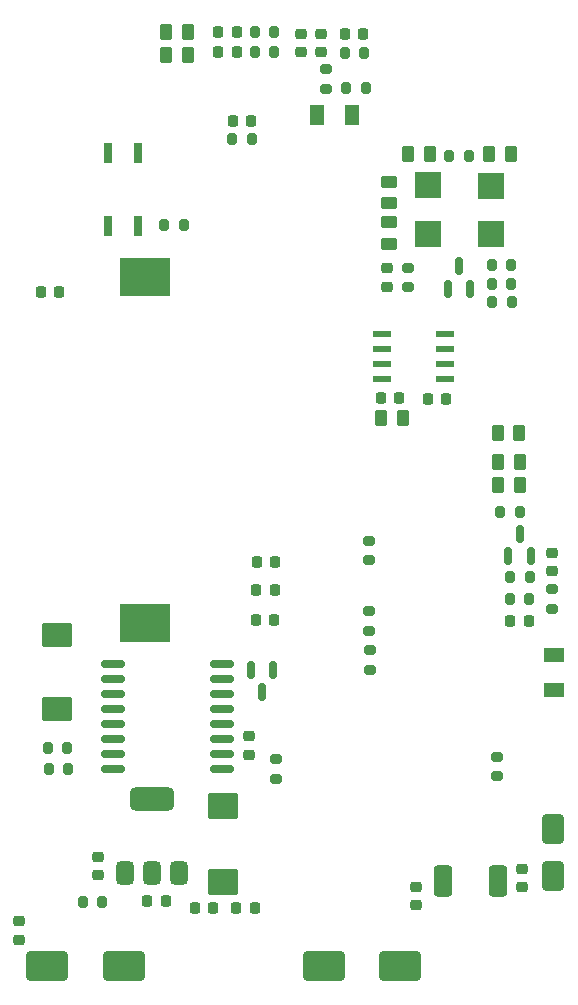
<source format=gbr>
%TF.GenerationSoftware,KiCad,Pcbnew,9.0.6*%
%TF.CreationDate,2025-12-26T20:19:53+00:00*%
%TF.ProjectId,PIDI-BOX-01-MAIN-1-PZ2_ESP-A1,50494449-2d42-44f5-982d-30312d4d4149,01*%
%TF.SameCoordinates,Original*%
%TF.FileFunction,Paste,Top*%
%TF.FilePolarity,Positive*%
%FSLAX46Y46*%
G04 Gerber Fmt 4.6, Leading zero omitted, Abs format (unit mm)*
G04 Created by KiCad (PCBNEW 9.0.6) date 2025-12-26 20:19:53*
%MOMM*%
%LPD*%
G01*
G04 APERTURE LIST*
G04 Aperture macros list*
%AMRoundRect*
0 Rectangle with rounded corners*
0 $1 Rounding radius*
0 $2 $3 $4 $5 $6 $7 $8 $9 X,Y pos of 4 corners*
0 Add a 4 corners polygon primitive as box body*
4,1,4,$2,$3,$4,$5,$6,$7,$8,$9,$2,$3,0*
0 Add four circle primitives for the rounded corners*
1,1,$1+$1,$2,$3*
1,1,$1+$1,$4,$5*
1,1,$1+$1,$6,$7*
1,1,$1+$1,$8,$9*
0 Add four rect primitives between the rounded corners*
20,1,$1+$1,$2,$3,$4,$5,0*
20,1,$1+$1,$4,$5,$6,$7,0*
20,1,$1+$1,$6,$7,$8,$9,0*
20,1,$1+$1,$8,$9,$2,$3,0*%
G04 Aperture macros list end*
%ADD10RoundRect,0.225000X-0.250000X0.225000X-0.250000X-0.225000X0.250000X-0.225000X0.250000X0.225000X0*%
%ADD11R,4.200000X3.200000*%
%ADD12RoundRect,0.200000X0.275000X-0.200000X0.275000X0.200000X-0.275000X0.200000X-0.275000X-0.200000X0*%
%ADD13RoundRect,0.200000X-0.200000X-0.275000X0.200000X-0.275000X0.200000X0.275000X-0.200000X0.275000X0*%
%ADD14RoundRect,0.225000X0.250000X-0.225000X0.250000X0.225000X-0.250000X0.225000X-0.250000X-0.225000X0*%
%ADD15R,1.820000X1.160000*%
%ADD16RoundRect,0.225000X-0.225000X-0.250000X0.225000X-0.250000X0.225000X0.250000X-0.225000X0.250000X0*%
%ADD17RoundRect,0.200000X0.200000X0.275000X-0.200000X0.275000X-0.200000X-0.275000X0.200000X-0.275000X0*%
%ADD18RoundRect,0.225000X0.225000X0.250000X-0.225000X0.250000X-0.225000X-0.250000X0.225000X-0.250000X0*%
%ADD19RoundRect,0.250000X-0.262500X-0.450000X0.262500X-0.450000X0.262500X0.450000X-0.262500X0.450000X0*%
%ADD20RoundRect,0.218750X-0.256250X0.218750X-0.256250X-0.218750X0.256250X-0.218750X0.256250X0.218750X0*%
%ADD21RoundRect,0.249999X0.512501X1.075001X-0.512501X1.075001X-0.512501X-1.075001X0.512501X-1.075001X0*%
%ADD22RoundRect,0.150000X0.150000X-0.587500X0.150000X0.587500X-0.150000X0.587500X-0.150000X-0.587500X0*%
%ADD23R,2.260600X2.209800*%
%ADD24RoundRect,0.250000X-0.450000X0.262500X-0.450000X-0.262500X0.450000X-0.262500X0.450000X0.262500X0*%
%ADD25RoundRect,0.150000X-0.150000X0.587500X-0.150000X-0.587500X0.150000X-0.587500X0.150000X0.587500X0*%
%ADD26RoundRect,0.250000X-1.025000X0.875000X-1.025000X-0.875000X1.025000X-0.875000X1.025000X0.875000X0*%
%ADD27RoundRect,0.200000X-0.275000X0.200000X-0.275000X-0.200000X0.275000X-0.200000X0.275000X0.200000X0*%
%ADD28RoundRect,0.218750X-0.218750X-0.256250X0.218750X-0.256250X0.218750X0.256250X-0.218750X0.256250X0*%
%ADD29RoundRect,0.250000X0.262500X0.450000X-0.262500X0.450000X-0.262500X-0.450000X0.262500X-0.450000X0*%
%ADD30RoundRect,0.218750X0.218750X0.256250X-0.218750X0.256250X-0.218750X-0.256250X0.218750X-0.256250X0*%
%ADD31RoundRect,0.250000X1.500000X1.000000X-1.500000X1.000000X-1.500000X-1.000000X1.500000X-1.000000X0*%
%ADD32RoundRect,0.375000X0.375000X-0.625000X0.375000X0.625000X-0.375000X0.625000X-0.375000X-0.625000X0*%
%ADD33RoundRect,0.500000X1.400000X-0.500000X1.400000X0.500000X-1.400000X0.500000X-1.400000X-0.500000X0*%
%ADD34R,1.160000X1.820000*%
%ADD35RoundRect,0.250000X-1.045000X0.785000X-1.045000X-0.785000X1.045000X-0.785000X1.045000X0.785000X0*%
%ADD36RoundRect,0.150000X0.875000X0.150000X-0.875000X0.150000X-0.875000X-0.150000X0.875000X-0.150000X0*%
%ADD37RoundRect,0.250000X-1.500000X-1.000000X1.500000X-1.000000X1.500000X1.000000X-1.500000X1.000000X0*%
%ADD38RoundRect,0.250000X-0.650000X1.000000X-0.650000X-1.000000X0.650000X-1.000000X0.650000X1.000000X0*%
%ADD39R,1.600000X0.600000*%
%ADD40R,0.650000X1.750000*%
G04 APERTURE END LIST*
D10*
%TO.C,C10*%
X48292200Y-131768400D03*
X48292200Y-133318400D03*
%TD*%
D11*
%TO.C,Bat1*%
X52292322Y-111948400D03*
X52292322Y-82648400D03*
%TD*%
D12*
%TO.C,R19*%
X71250000Y-112625000D03*
X71250000Y-110975000D03*
%TD*%
D13*
%TO.C,R22*%
X47025000Y-135600000D03*
X48675000Y-135600000D03*
%TD*%
D14*
%TO.C,C15*%
X61092200Y-123118400D03*
X61092200Y-121568400D03*
%TD*%
D15*
%TO.C,F1*%
X86926200Y-114672600D03*
X86926200Y-117622600D03*
%TD*%
D16*
%TO.C,C18*%
X83204800Y-111827800D03*
X84754800Y-111827800D03*
%TD*%
D17*
%TO.C,R27*%
X84804800Y-109948200D03*
X83154800Y-109948200D03*
%TD*%
D13*
%TO.C,R3*%
X61564800Y-61950000D03*
X63214800Y-61950000D03*
%TD*%
D18*
%TO.C,C7*%
X45029200Y-83989400D03*
X43479200Y-83989400D03*
%TD*%
D19*
%TO.C,R1*%
X54087500Y-61900000D03*
X55912500Y-61900000D03*
%TD*%
D17*
%TO.C,R31*%
X83294000Y-83252800D03*
X81644000Y-83252800D03*
%TD*%
D20*
%TO.C,LE3*%
X67165000Y-62078500D03*
X67165000Y-63653500D03*
%TD*%
D12*
%TO.C,R24*%
X63342200Y-125168400D03*
X63342200Y-123518400D03*
%TD*%
D16*
%TO.C,C1*%
X72232000Y-92925000D03*
X73782000Y-92925000D03*
%TD*%
D17*
%TO.C,R15*%
X79699400Y-72432400D03*
X78049400Y-72432400D03*
%TD*%
D21*
%TO.C,FB1*%
X82151700Y-133798800D03*
X77476700Y-133798800D03*
%TD*%
D10*
%TO.C,C14*%
X84183000Y-132782200D03*
X84183000Y-134332200D03*
%TD*%
D22*
%TO.C,Q3*%
X83045000Y-106341400D03*
X84945000Y-106341400D03*
X83995000Y-104466400D03*
%TD*%
D23*
%TO.C,CR2*%
X76283600Y-78998300D03*
X76283600Y-74908900D03*
%TD*%
D12*
%TO.C,R16*%
X71300000Y-115925000D03*
X71300000Y-114275000D03*
%TD*%
D16*
%TO.C,C12*%
X56490400Y-136098000D03*
X58040400Y-136098000D03*
%TD*%
D24*
%TO.C,R11*%
X72956200Y-74593300D03*
X72956200Y-76418300D03*
%TD*%
D25*
%TO.C,Q2*%
X63151800Y-115968000D03*
X61251800Y-115968000D03*
X62201800Y-117843000D03*
%TD*%
D24*
%TO.C,R12*%
X72905400Y-78047700D03*
X72905400Y-79872700D03*
%TD*%
D18*
%TO.C,C2*%
X77769800Y-92981000D03*
X76219800Y-92981000D03*
%TD*%
D10*
%TO.C,C19*%
X75248600Y-134294600D03*
X75248600Y-135844600D03*
%TD*%
D13*
%TO.C,R6*%
X69311800Y-66692000D03*
X70961800Y-66692000D03*
%TD*%
D26*
%TO.C,C9*%
X58891000Y-127462000D03*
X58891000Y-133862000D03*
%TD*%
D13*
%TO.C,R7*%
X61564800Y-63600000D03*
X63214800Y-63600000D03*
%TD*%
D27*
%TO.C,R14*%
X74581800Y-81894400D03*
X74581800Y-83544400D03*
%TD*%
%TO.C,R8*%
X67647600Y-65105000D03*
X67647600Y-66755000D03*
%TD*%
D18*
%TO.C,C11*%
X54025000Y-135500600D03*
X52475000Y-135500600D03*
%TD*%
D19*
%TO.C,R2*%
X54087500Y-63850000D03*
X55912500Y-63850000D03*
%TD*%
D17*
%TO.C,R26*%
X84017400Y-102582200D03*
X82367400Y-102582200D03*
%TD*%
D20*
%TO.C,LE4*%
X65515000Y-62078500D03*
X65515000Y-63653500D03*
%TD*%
D22*
%TO.C,Q1*%
X77924400Y-83654600D03*
X79824400Y-83654600D03*
X78874400Y-81779600D03*
%TD*%
D18*
%TO.C,C8*%
X63217200Y-111693400D03*
X61667200Y-111693400D03*
%TD*%
D28*
%TO.C,LE2*%
X58475000Y-61950000D03*
X60050000Y-61950000D03*
%TD*%
D29*
%TO.C,R5*%
X76383300Y-72229200D03*
X74558300Y-72229200D03*
%TD*%
D18*
%TO.C,C6*%
X63267200Y-109193400D03*
X61717200Y-109193400D03*
%TD*%
D30*
%TO.C,LE5*%
X70779700Y-62093400D03*
X69204700Y-62093400D03*
%TD*%
D31*
%TO.C,C13*%
X50485900Y-141037800D03*
X43985900Y-141037800D03*
%TD*%
D19*
%TO.C,JP3*%
X82180200Y-98315000D03*
X84005200Y-98315000D03*
%TD*%
D13*
%TO.C,R29*%
X59675000Y-71000000D03*
X61325000Y-71000000D03*
%TD*%
D17*
%TO.C,R13*%
X83294000Y-81703400D03*
X81644000Y-81703400D03*
%TD*%
D27*
%TO.C,R20*%
X82125600Y-123309600D03*
X82125600Y-124959600D03*
%TD*%
D32*
%TO.C,U5*%
X50592200Y-133143400D03*
X52892200Y-133143400D03*
D33*
X52892200Y-126843400D03*
D32*
X55192200Y-133143400D03*
%TD*%
D13*
%TO.C,R4*%
X69217200Y-63743400D03*
X70867200Y-63743400D03*
%TD*%
D34*
%TO.C,F2*%
X66858400Y-68978000D03*
X69808400Y-68978000D03*
%TD*%
D29*
%TO.C,JP4*%
X83980800Y-95907800D03*
X82155800Y-95907800D03*
%TD*%
D17*
%TO.C,R21*%
X45767200Y-124293400D03*
X44117200Y-124293400D03*
%TD*%
D18*
%TO.C,C16*%
X61571000Y-136123400D03*
X60021000Y-136123400D03*
%TD*%
D35*
%TO.C,C4*%
X44842200Y-113023400D03*
X44842200Y-119263400D03*
%TD*%
D29*
%TO.C,R10*%
X83266700Y-72280000D03*
X81441700Y-72280000D03*
%TD*%
D27*
%TO.C,R28*%
X86723000Y-109097700D03*
X86723000Y-110747700D03*
%TD*%
D19*
%TO.C,JP2*%
X82183300Y-100257400D03*
X84008300Y-100257400D03*
%TD*%
D13*
%TO.C,R25*%
X83205600Y-108119400D03*
X84855600Y-108119400D03*
%TD*%
D28*
%TO.C,LE1*%
X58475000Y-63600000D03*
X60050000Y-63600000D03*
%TD*%
D36*
%TO.C,U2*%
X58842200Y-124363400D03*
X58842200Y-123093400D03*
X58842200Y-121823400D03*
X58842200Y-120553400D03*
X58842200Y-119283400D03*
X58842200Y-118013400D03*
X58842200Y-116743400D03*
X58842200Y-115473400D03*
X49542200Y-115473400D03*
X49542200Y-116743400D03*
X49542200Y-118013400D03*
X49542200Y-119283400D03*
X49542200Y-120553400D03*
X49542200Y-121823400D03*
X49542200Y-123093400D03*
X49542200Y-124363400D03*
%TD*%
D29*
%TO.C,R18*%
X74112500Y-94600000D03*
X72287500Y-94600000D03*
%TD*%
D14*
%TO.C,C3*%
X72753000Y-83494400D03*
X72753000Y-81944400D03*
%TD*%
D18*
%TO.C,C5*%
X63317200Y-106793400D03*
X61767200Y-106793400D03*
%TD*%
D37*
%TO.C,C17*%
X67400000Y-141000000D03*
X73900000Y-141000000D03*
%TD*%
D17*
%TO.C,R30*%
X83332600Y-84776800D03*
X81682600Y-84776800D03*
%TD*%
D23*
%TO.C,CR1*%
X81541400Y-79049100D03*
X81541400Y-74959700D03*
%TD*%
D27*
%TO.C,R17*%
X71250000Y-105008400D03*
X71250000Y-106658400D03*
%TD*%
D20*
%TO.C,LE7*%
X86723000Y-106011100D03*
X86723000Y-107586100D03*
%TD*%
D28*
%TO.C,LE8*%
X59712500Y-69500000D03*
X61287500Y-69500000D03*
%TD*%
D38*
%TO.C,D1*%
X86800000Y-129375000D03*
X86800000Y-133375000D03*
%TD*%
D39*
%TO.C,U1*%
X77713600Y-91279200D03*
X77713600Y-90009200D03*
X77713600Y-88739200D03*
X77713600Y-87469200D03*
X72313600Y-87469200D03*
X72313600Y-88739200D03*
X72313600Y-90009200D03*
X72313600Y-91279200D03*
%TD*%
D13*
%TO.C,R9*%
X53917200Y-78293400D03*
X55567200Y-78293400D03*
%TD*%
D40*
%TO.C,IC1*%
X51662200Y-72168400D03*
X49122200Y-72168400D03*
X49122200Y-78318400D03*
X51662200Y-78318400D03*
%TD*%
D20*
%TO.C,LE6*%
X41650000Y-137212500D03*
X41650000Y-138787500D03*
%TD*%
D17*
%TO.C,R23*%
X45717200Y-122593400D03*
X44067200Y-122593400D03*
%TD*%
M02*

</source>
